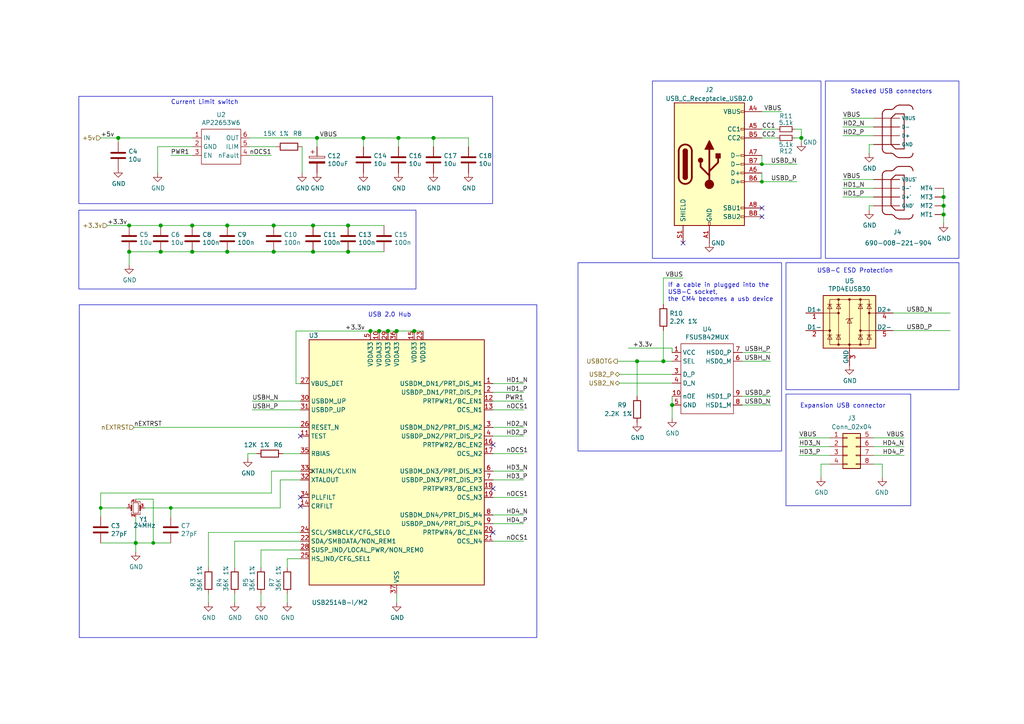
<source format=kicad_sch>
(kicad_sch (version 20230409) (generator eeschema)
  (paper "A4")
  (title_block (title "CM4 USB HUB") (company "MUREX"))
  (junction (at 184.785 104.775) (diameter 1.016))
  (junction (at 115.062 96.012) (diameter 1.016))
  (junction (at 109.982 96.012) (diameter 1.016))
  (junction (at 107.442 96.012) (diameter 1.016))
  (junction (at 65.913 65.405) (diameter 1.016))
  (junction (at 192.405 104.775) (diameter 1.016))
  (junction (at 115.57 40.005) (diameter 1.016))
  (junction (at 46.609 73.025) (diameter 1.016))
  (junction (at 120.142 96.012) (diameter 1.016))
  (junction (at 100.965 65.405) (diameter 1.016))
  (junction (at 44.45 157.48))
  (junction (at 273.685 62.23) (diameter 1.016))
  (junction (at 273.685 57.15) (diameter 1.016))
  (junction (at 37.465 65.405) (diameter 1.016))
  (junction (at 79.375 73.025) (diameter 1.016))
  (junction (at 220.98 47.625))
  (junction (at 194.945 117.475) (diameter 1.016))
  (junction (at 125.73 40.005) (diameter 1.016))
  (junction (at 232.41 40.005) (diameter 1.016))
  (junction (at 91.948 40.005) (diameter 1.016))
  (junction (at 65.913 73.025) (diameter 1.016))
  (junction (at 46.609 65.405) (diameter 1.016))
  (junction (at 55.753 73.025) (diameter 1.016))
  (junction (at 29.21 147.32))
  (junction (at 79.375 65.405) (diameter 1.016))
  (junction (at 34.29 40.005) (diameter 1.016))
  (junction (at 273.685 59.69) (diameter 1.016))
  (junction (at 90.805 73.025) (diameter 1.016))
  (junction (at 37.465 73.025) (diameter 1.016))
  (junction (at 112.522 96.012) (diameter 1.016))
  (junction (at 90.805 65.405) (diameter 1.016))
  (junction (at 49.53 147.32))
  (junction (at 55.753 65.405) (diameter 1.016))
  (junction (at 39.37 157.48) (diameter 1.016))
  (junction (at 100.965 73.025) (diameter 1.016))
  (junction (at 105.41 40.005) (diameter 1.016))
  (junction (at 220.98 52.705))
  (no_connect (at 220.98 62.865))
  (no_connect (at 143.002 154.432))
  (no_connect (at 87.122 146.812))
  (no_connect (at 87.122 144.272))
  (no_connect (at 87.122 126.492))
  (no_connect (at 220.98 60.325))
  (no_connect (at 143.002 141.732))
  (no_connect (at 198.12 70.485))
  (no_connect (at 143.002 129.032))
  (wire (pts (xy 85.852 111.252) (xy 85.852 96.012)))
  (wire (pts (xy 238.125 134.62) (xy 240.665 134.62)))
  (wire (pts (xy 244.475 39.37) (xy 253.365 39.37)))
  (wire (pts (xy 90.805 65.405) (xy 100.965 65.405)))
  (wire (pts (xy 83.312 164.592) (xy 83.312 162.052)))
  (wire (pts (xy 220.98 32.385) (xy 226.695 32.385)))
  (wire (pts (xy 253.365 59.69) (xy 252.095 59.69)))
  (wire (pts (xy 244.475 34.29) (xy 253.365 34.29)))
  (wire (pts (xy 262.255 127) (xy 253.365 127)))
  (wire (pts (xy 81.28 139.192) (xy 87.122 139.192)))
  (wire (pts (xy 79.375 73.025) (xy 90.805 73.025)))
  (wire (pts (xy 115.57 40.005) (xy 125.73 40.005)))
  (wire (pts (xy 68.072 164.592) (xy 68.072 156.972)))
  (wire (pts (xy 215.265 114.935) (xy 223.52 114.935)))
  (wire (pts (xy 31.115 65.405) (xy 37.465 65.405)))
  (wire (pts (xy 82.042 131.572) (xy 87.122 131.572)))
  (wire (pts (xy 107.442 96.012) (xy 109.982 96.012)))
  (wire (pts (xy 72.39 45.085) (xy 78.74 45.085)))
  (wire (pts (xy 75.692 172.212) (xy 75.692 174.752)))
  (wire (pts (xy 179.705 111.125) (xy 194.945 111.125)))
  (wire (pts (xy 83.312 162.052) (xy 87.122 162.052)))
  (wire (pts (xy 105.41 42.545) (xy 105.41 40.005)))
  (wire (pts (xy 220.98 50.165) (xy 220.98 52.705)))
  (wire (pts (xy 83.312 172.212) (xy 83.312 174.752)))
  (wire (pts (xy 85.852 96.012) (xy 107.442 96.012)))
  (wire (pts (xy 46.609 73.025) (xy 55.753 73.025)))
  (wire (pts (xy 273.685 57.15) (xy 273.685 59.69)))
  (wire (pts (xy 135.89 42.545) (xy 135.89 40.005)))
  (wire (pts (xy 37.465 73.025) (xy 46.609 73.025)))
  (wire (pts (xy 49.53 45.085) (xy 55.88 45.085)))
  (wire (pts (xy 184.785 104.775) (xy 184.785 114.935)))
  (wire (pts (xy 252.095 41.91) (xy 252.095 44.45)))
  (wire (pts (xy 60.452 164.592) (xy 60.452 154.432)))
  (wire (pts (xy 78.74 143.002) (xy 29.21 143.002)))
  (wire (pts (xy 192.405 104.775) (xy 184.785 104.775)))
  (wire (pts (xy 37.465 65.405) (xy 46.609 65.405)))
  (wire (pts (xy 253.365 41.91) (xy 252.095 41.91)))
  (wire (pts (xy 273.685 54.61) (xy 273.685 57.15)))
  (wire (pts (xy 71.882 131.572) (xy 71.882 132.842)))
  (wire (pts (xy 75.692 159.512) (xy 87.122 159.512)))
  (wire (pts (xy 192.405 80.645) (xy 198.12 80.645)))
  (wire (pts (xy 105.41 40.005) (xy 115.57 40.005)))
  (wire (pts (xy 143.002 116.332) (xy 151.892 116.332)))
  (wire (pts (xy 44.45 144.78) (xy 44.45 157.48)))
  (wire (pts (xy 253.365 134.62) (xy 255.905 134.62)))
  (wire (pts (xy 125.73 40.005) (xy 125.73 42.545)))
  (wire (pts (xy 244.475 54.61) (xy 253.365 54.61)))
  (wire (pts (xy 273.685 59.69) (xy 273.685 62.23)))
  (wire (pts (xy 79.375 65.405) (xy 90.805 65.405)))
  (wire (pts (xy 115.062 96.012) (xy 120.142 96.012)))
  (wire (pts (xy 39.37 144.78) (xy 44.45 144.78)))
  (wire (pts (xy 87.122 111.252) (xy 85.852 111.252)))
  (wire (pts (xy 37.465 76.835) (xy 37.465 73.025)))
  (wire (pts (xy 220.98 40.005) (xy 225.425 40.005)))
  (wire (pts (xy 220.98 47.625) (xy 231.14 47.625)))
  (wire (pts (xy 192.405 88.265) (xy 192.405 80.645)))
  (wire (pts (xy 100.965 73.025) (xy 111.379 73.025)))
  (wire (pts (xy 55.753 65.405) (xy 65.913 65.405)))
  (wire (pts (xy 220.98 52.705) (xy 231.14 52.705)))
  (wire (pts (xy 143.002 151.892) (xy 151.892 151.892)))
  (wire (pts (xy 259.08 90.805) (xy 275.59 90.805)))
  (wire (pts (xy 215.265 102.235) (xy 223.52 102.235)))
  (wire (pts (xy 143.002 123.952) (xy 151.892 123.952)))
  (wire (pts (xy 68.072 172.212) (xy 68.072 174.752)))
  (wire (pts (xy 120.142 96.012) (xy 122.682 96.012)))
  (wire (pts (xy 215.265 104.775) (xy 223.52 104.775)))
  (wire (pts (xy 179.07 104.775) (xy 184.785 104.775)))
  (wire (pts (xy 112.522 96.012) (xy 115.062 96.012)))
  (wire (pts (xy 78.74 136.652) (xy 78.74 143.002)))
  (wire (pts (xy 60.452 154.432) (xy 87.122 154.432)))
  (wire (pts (xy 143.002 111.252) (xy 151.892 111.252)))
  (wire (pts (xy 231.775 127) (xy 240.665 127)))
  (wire (pts (xy 244.475 57.15) (xy 253.365 57.15)))
  (wire (pts (xy 194.945 102.235) (xy 194.945 100.965)))
  (wire (pts (xy 34.29 40.005) (xy 55.88 40.005)))
  (wire (pts (xy 39.37 157.48) (xy 44.45 157.48)))
  (wire (pts (xy 143.002 131.572) (xy 151.892 131.572)))
  (wire (pts (xy 220.98 45.085) (xy 220.98 47.625)))
  (wire (pts (xy 38.862 123.952) (xy 87.122 123.952)))
  (wire (pts (xy 81.28 139.192) (xy 81.28 147.32)))
  (wire (pts (xy 244.475 52.07) (xy 253.365 52.07)))
  (wire (pts (xy 262.255 129.54) (xy 253.365 129.54)))
  (wire (pts (xy 259.08 95.885) (xy 275.59 95.885)))
  (wire (pts (xy 125.73 40.005) (xy 135.89 40.005)))
  (wire (pts (xy 90.805 73.025) (xy 100.965 73.025)))
  (wire (pts (xy 29.21 147.32) (xy 29.21 149.86)))
  (wire (pts (xy 44.45 157.48) (xy 49.53 157.48)))
  (wire (pts (xy 55.88 42.545) (xy 45.72 42.545)))
  (wire (pts (xy 252.095 59.69) (xy 252.095 60.96)))
  (wire (pts (xy 255.905 134.62) (xy 255.905 138.43)))
  (wire (pts (xy 29.21 147.32) (xy 36.83 147.32)))
  (wire (pts (xy 34.29 41.275) (xy 34.29 40.005)))
  (wire (pts (xy 29.21 143.002) (xy 29.21 147.32)))
  (wire (pts (xy 194.945 114.935) (xy 194.945 117.475)))
  (wire (pts (xy 230.505 37.465) (xy 232.41 37.465)))
  (wire (pts (xy 29.21 40.005) (xy 34.29 40.005)))
  (wire (pts (xy 179.705 108.585) (xy 194.945 108.585)))
  (wire (pts (xy 232.41 40.005) (xy 232.41 41.275)))
  (wire (pts (xy 75.692 164.592) (xy 75.692 159.512)))
  (wire (pts (xy 194.945 104.775) (xy 192.405 104.775)))
  (wire (pts (xy 194.945 117.475) (xy 194.945 121.285)))
  (wire (pts (xy 73.152 118.872) (xy 87.122 118.872)))
  (wire (pts (xy 68.072 156.972) (xy 87.122 156.972)))
  (wire (pts (xy 143.002 149.352) (xy 151.892 149.352)))
  (wire (pts (xy 72.39 40.005) (xy 91.948 40.005)))
  (wire (pts (xy 60.452 172.212) (xy 60.452 174.752)))
  (wire (pts (xy 232.41 37.465) (xy 232.41 40.005)))
  (wire (pts (xy 72.39 42.545) (xy 80.01 42.545)))
  (wire (pts (xy 143.002 136.652) (xy 151.892 136.652)))
  (wire (pts (xy 143.002 126.492) (xy 151.892 126.492)))
  (wire (pts (xy 49.53 147.32) (xy 49.53 149.86)))
  (wire (pts (xy 39.37 157.48) (xy 39.37 160.02)))
  (wire (pts (xy 73.152 116.332) (xy 87.122 116.332)))
  (wire (pts (xy 143.002 144.272) (xy 151.892 144.272)))
  (wire (pts (xy 29.21 157.48) (xy 39.37 157.48)))
  (wire (pts (xy 41.91 147.32) (xy 49.53 147.32)))
  (wire (pts (xy 220.98 37.465) (xy 225.425 37.465)))
  (wire (pts (xy 143.002 156.972) (xy 151.892 156.972)))
  (wire (pts (xy 46.609 65.405) (xy 55.753 65.405)))
  (wire (pts (xy 215.265 117.475) (xy 223.52 117.475)))
  (wire (pts (xy 115.57 40.005) (xy 115.57 42.545)))
  (wire (pts (xy 49.53 147.32) (xy 81.28 147.32)))
  (wire (pts (xy 143.002 139.192) (xy 151.892 139.192)))
  (wire (pts (xy 192.405 95.885) (xy 192.405 104.775)))
  (wire (pts (xy 91.948 40.005) (xy 91.948 42.545)))
  (wire (pts (xy 87.122 136.652) (xy 78.74 136.652)))
  (wire (pts (xy 115.062 172.212) (xy 115.062 174.752)))
  (wire (pts (xy 244.475 36.83) (xy 253.365 36.83)))
  (wire (pts (xy 65.913 65.405) (xy 79.375 65.405)))
  (wire (pts (xy 55.753 73.025) (xy 65.913 73.025)))
  (wire (pts (xy 231.775 129.54) (xy 240.665 129.54)))
  (wire (pts (xy 262.255 132.08) (xy 253.365 132.08)))
  (wire (pts (xy 143.002 113.792) (xy 151.892 113.792)))
  (wire (pts (xy 238.125 134.62) (xy 238.125 138.43)))
  (wire (pts (xy 74.422 131.572) (xy 71.882 131.572)))
  (wire (pts (xy 109.982 96.012) (xy 112.522 96.012)))
  (wire (pts (xy 39.37 149.86) (xy 39.37 157.48)))
  (wire (pts (xy 143.002 118.872) (xy 151.892 118.872)))
  (wire (pts (xy 65.913 73.025) (xy 79.375 73.025)))
  (wire (pts (xy 231.775 132.08) (xy 240.665 132.08)))
  (wire (pts (xy 100.965 65.405) (xy 111.379 65.405)))
  (wire (pts (xy 230.505 40.005) (xy 232.41 40.005)))
  (wire (pts (xy 45.72 42.545) (xy 45.72 50.165)))
  (wire (pts (xy 182.245 100.965) (xy 194.945 100.965)))
  (wire (pts (xy 273.685 62.23) (xy 273.685 64.77)))
  (wire (pts (xy 87.63 42.545) (xy 87.63 50.165)))
  (wire (pts (xy 91.948 40.005) (xy 105.41 40.005)))
  (rectangle (start 189.23 23.495) (end 238.125 74.93))
  (rectangle (start 22.86 60.96) (end 120.65 83.82))
  (rectangle (start 22.86 27.94) (end 142.875 59.055))
  (rectangle (start 167.64 76.2) (end 226.695 130.81))
  (rectangle (start 22.987 88.392) (end 155.702 184.912))
  (rectangle (start 227.965 114.3) (end 264.16 146.685))
  (rectangle (start 227.965 76.2) (end 278.13 113.03))
  (rectangle (start 239.395 23.495) (end 278.13 74.93))
  (text "USB-C ESD Protection" (at 259.08 79.375 0) (effects (font (size 1.27 1.27)) (justify right bottom)))
  (text "If a cable in plugged into the \nUSB-C socket,\nthe CM4 becomes a usb device" (at 193.675 87.63 0) (effects (font (size 1.27 1.27)) (justify left bottom)))
  (text "USB 2.0 Hub" (at 119.3038 92.1512 0) (effects (font (size 1.27 1.27)) (justify right bottom)))
  (text "Stacked USB connectors" (at 270.4338 27.3812 0) (effects (font (size 1.27 1.27)) (justify right bottom)))
  (text "Current Limit switch" (at 69.215 30.48 0) (effects (font (size 1.27 1.27)) (justify right bottom)))
  (text "Expansion USB connector" (at 256.8956 118.5418 0) (effects (font (size 1.27 1.27)) (justify right bottom)))
  (label "VBUS" (at 198.12 80.645 180))
  (label "+3.3v" (at 183.515 100.965 0))
  (label "HD4_P" (at 262.255 132.08 180))
  (label "HD3_N" (at 231.775 129.54 0))
  (label "HD2_P" (at 244.475 39.37 0))
  (label "HD4_P" (at 146.812 151.892 0))
  (label "HD3_P" (at 146.812 139.192 0))
  (label "nOCS1" (at 146.812 156.972 0))
  (label "HD1_N" (at 146.812 111.252 0))
  (label "+3.3v" (at 31.115 65.405 0))
  (label "VBUS" (at 92.71 40.005 0))
  (label "USBH_P" (at 73.152 118.872 0))
  (label "nOCS1" (at 146.812 144.272 0))
  (label "HD1_P" (at 244.475 57.15 0))
  (label "VBUS" (at 244.475 34.29 0))
  (label "+5v" (at 29.21 40.005 0))
  (label "nOCS1" (at 72.39 45.085 0))
  (label "USBD_P" (at 262.89 95.885 0))
  (label "HD3_P" (at 231.775 132.08 0))
  (label "CC1" (at 220.98 37.465 0))
  (label "VBUS" (at 244.475 52.07 0))
  (label "USBD_P" (at 223.52 114.935 180))
  (label "HD3_N" (at 146.812 136.652 0))
  (label "USBH_N" (at 223.52 104.775 180))
  (label "HD2_N" (at 244.475 36.83 0))
  (label "nOCS1" (at 146.812 118.872 0))
  (label "USBD_N" (at 223.52 117.475 180))
  (label "nOCS1" (at 146.812 131.572 0))
  (label "HD2_P" (at 146.812 126.492 0))
  (label "PWR1" (at 151.892 116.332 180))
  (label "VBUS" (at 226.695 32.385 180))
  (label "+3.3v" (at 100.076 96.012 0))
  (label "HD4_N" (at 146.812 149.352 0))
  (label "VBUS" (at 231.775 127 0))
  (label "USBD_N" (at 231.14 47.625 180))
  (label "PWR1" (at 49.53 45.085 0))
  (label "USBD_N" (at 262.89 90.805 0))
  (label "nEXTRST" (at 38.862 123.952 0))
  (label "HD2_N" (at 146.812 123.952 0))
  (label "HD1_N" (at 244.475 54.61 0))
  (label "VBUS" (at 262.255 127 180))
  (label "USBH_P" (at 223.52 102.235 180))
  (label "CC2" (at 220.98 40.005 0))
  (label "USBH_N" (at 73.152 116.332 0))
  (label "HD4_N" (at 262.255 129.54 180))
  (label "USBD_P" (at 231.14 52.705 180))
  (label "HD1_P" (at 146.812 113.792 0))
  (hierarchical_label "nEXTRST" (shape input) (at 38.862 123.952 180))
  (hierarchical_label "USBOTG" (shape output) (at 179.07 104.775 180))
  (hierarchical_label "USB2_P" (shape bidirectional) (at 179.705 108.585 180))
  (hierarchical_label "+3.3v" (shape input) (at 31.115 65.405 180))
  (hierarchical_label "USB2_N" (shape bidirectional) (at 179.705 111.125 180))
  (hierarchical_label "+5v" (shape input) (at 29.21 40.005 180))
  (symbol (lib_id "Device:R") (at 60.452 168.402 0) (unit 1)
    (property "Reference" "R3" (at 56.007 170.307 90) (effects (justify left)))
    (property "Value" "36K 1%" (at 57.912 171.577 90) (effects (justify left)))
    (property "Footprint" "Resistor_SMD:R_0402_1005Metric" (effects hide))
    (property "Datasheet" "https://fscdn.rohm.com/en/products/databook/datasheet/passive/resistor/chip_resistor/mcr-e.pdf" (effects hide))
    (property "Field4" "Farnell" (effects hide))
    (property "Field5" "1458788" (effects hide))
    (property "Field7" "Rohm" (effects hide))
    (property "Field6" "MCR01MZPF3602" (effects hide))
    (property "Part Description" "Resistor 36K M1005 1% 63mW" (effects hide))
    (instances (project "carrier" (path "" (reference "R3") (unit 1))) (project "CM4IOv5" (path "" (reference "R12") (unit 1))))
  )
  (symbol (lib_id "power:GND") (at 45.72 50.165 0) (unit 1)
    (property "Reference" "#PWR010" (effects hide))
    (property "Value" "GND" (at 45.847 54.5592 0))
    (instances (project "carrier" (path "" (reference "#PWR010") (unit 1))) (project "CM4IOv5" (path "" (reference "#PWR014") (unit 1))))
  )
  (symbol (lib_id "power:GND") (at 273.685 64.77 0) (unit 1)
    (property "Reference" "#PWR032" (effects hide))
    (property "Value" "GND" (at 273.812 69.1642 0))
    (instances (project "carrier" (path "" (reference "#PWR032") (unit 1))) (project "CM4IOv5" (path "" (reference "#PWR0114") (unit 1))))
  )
  (symbol (lib_id "Device:C") (at 111.379 69.215 0) (unit 1)
    (property "Reference" "C15" (at 114.3 68.0466 0) (effects (justify left)))
    (property "Value" "100n" (at 114.3 70.358 0) (effects (justify left)))
    (property "Footprint" "Capacitor_SMD:C_0402_1005Metric" (effects hide))
    (property "Datasheet" "https://search.murata.co.jp/Ceramy/image/img/A01X/G101/ENG/GRM155R71C104KA88-01.pdf" (effects hide))
    (property "Field4" "Farnell" (effects hide))
    (property "Field5" "2611911" (effects hide))
    (property "Field6" "RM EMK105 B7104KV-F" (effects hide))
    (property "Field7" "TAIYO YUDEN EUROPE GMBH" (effects hide))
    (property "Part Description" "	0.1uF 10% 16V Ceramic Capacitor X7R 0402 (1005 Metric)" (effects hide))
    (property "Field8" "110091611" (effects hide))
    (instances (project "carrier" (path "" (reference "C15") (unit 1))) (project "CM4IOv5" (path "" (reference "C4") (unit 1))))
  )
  (symbol (lib_id "power:GND") (at 75.692 174.752 0) (unit 1)
    (property "Reference" "#PWR014" (effects hide))
    (property "Value" "GND" (at 75.819 179.1462 0))
    (instances (project "carrier" (path "" (reference "#PWR014") (unit 1))) (project "CM4IOv5" (path "" (reference "#PWR011") (unit 1))))
  )
  (symbol (lib_id "power:GND") (at 87.63 50.165 0) (unit 1)
    (property "Reference" "#PWR016" (effects hide))
    (property "Value" "GND" (at 87.757 54.5592 0))
    (instances (project "carrier" (path "" (reference "#PWR016") (unit 1))) (project "CM4IOv5" (path "" (reference "#PWR019") (unit 1))))
  )
  (symbol (lib_id "Device:C") (at 79.375 69.215 0) (unit 1)
    (property "Reference" "C10" (at 82.296 68.0466 0) (effects (justify left)))
    (property "Value" "100n" (at 82.296 70.358 0) (effects (justify left)))
    (property "Footprint" "Capacitor_SMD:C_0402_1005Metric" (effects hide))
    (property "Datasheet" "https://search.murata.co.jp/Ceramy/image/img/A01X/G101/ENG/GRM155R71C104KA88-01.pdf" (effects hide))
    (property "Field4" "Farnell" (effects hide))
    (property "Field5" "2611911" (effects hide))
    (property "Field6" "RM EMK105 B7104KV-F" (effects hide))
    (property "Field7" "TAIYO YUDEN EUROPE GMBH" (effects hide))
    (property "Part Description" "	0.1uF 10% 16V Ceramic Capacitor X7R 0402 (1005 Metric)" (effects hide))
    (property "Field8" "110091611" (effects hide))
    (instances (project "carrier" (path "" (reference "C10") (unit 1))) (project "CM4IOv5" (path "" (reference "C11") (unit 1))))
  )
  (symbol (lib_id "Device:C") (at 135.89 46.355 0) (unit 1)
    (property "Reference" "C18" (at 138.811 45.1866 0) (effects (justify left)))
    (property "Value" "10u" (at 138.811 47.498 0) (effects (justify left)))
    (property "Footprint" "Capacitor_SMD:C_0805_2012Metric" (effects hide))
    (property "Datasheet" "https://search.murata.co.jp/Ceramy/image/img/A01X/G101/ENG/GRM21BR71A106KA73-01.pdf" (effects hide))
    (property "Field5" "490-14381-1-ND" (effects hide))
    (property "Field4" "Digikey" (effects hide))
    (property "Field6" "GRM21BR71A106KA73L" (effects hide))
    (property "Field7" "Murata" (effects hide))
    (property "Part Description" "	10uF 10% 10V Ceramic Capacitor X7R 0805 (2012 Metric)" (effects hide))
    (property "Field8" "111893011" (effects hide))
    (instances (project "carrier" (path "" (reference "C18") (unit 1))) (project "CM4IOv5" (path "" (reference "C19") (unit 1))))
  )
  (symbol (lib_id "Device:R") (at 78.232 131.572 90) (unit 1)
    (property "Reference" "R6" (at 82.042 129.032 90) (effects (justify left)))
    (property "Value" "12K 1%" (at 78.232 129.032 90) (effects (justify left)))
    (property "Footprint" "Resistor_SMD:R_0402_1005Metric" (effects hide))
    (property "Datasheet" "https://fscdn.rohm.com/en/products/databook/datasheet/passive/resistor/chip_resistor/mcr-e.pdf" (effects hide))
    (property "Field4" "Farnell" (effects hide))
    (property "Field5" "9239367" (effects hide))
    (property "Field7" "Rohm" (effects hide))
    (property "Field6" "MCR01MZPF1202" (effects hide))
    (property "Part Description" "Resistor 12K M1005 1% 63mW" (effects hide))
    (instances (project "carrier" (path "" (reference "R6") (unit 1))) (project "CM4IOv5" (path "" (reference "R15") (unit 1))))
  )
  (symbol (lib_id "Device:C") (at 105.41 46.355 0) (unit 1)
    (property "Reference" "C14" (at 108.331 45.1866 0) (effects (justify left)))
    (property "Value" "10u" (at 108.331 47.498 0) (effects (justify left)))
    (property "Footprint" "Capacitor_SMD:C_0805_2012Metric" (effects hide))
    (property "Datasheet" "https://search.murata.co.jp/Ceramy/image/img/A01X/G101/ENG/GRM21BR71A106KA73-01.pdf" (effects hide))
    (property "Field5" "490-14381-1-ND" (effects hide))
    (property "Field4" "Digikey" (effects hide))
    (property "Field6" "GRM21BR71A106KA73L" (effects hide))
    (property "Field7" "Murata" (effects hide))
    (property "Part Description" "	10uF 10% 10V Ceramic Capacitor X7R 0805 (2012 Metric)" (effects hide))
    (property "Field8" "111893011" (effects hide))
    (instances (project "carrier" (path "" (reference "C14") (unit 1))) (project "CM4IOv5" (path "" (reference "C20") (unit 1))))
  )
  (symbol (lib_id "Device:R") (at 184.785 118.745 0) (unit 1)
    (property "Reference" "R9" (at 179.07 117.475 0) (effects (justify left)))
    (property "Value" "2.2K 1%" (at 175.26 120.015 0) (effects (justify left)))
    (property "Footprint" "Resistor_SMD:R_0402_1005Metric" (effects hide))
    (property "Datasheet" "https://fscdn.rohm.com/en/products/databook/datasheet/passive/resistor/chip_resistor/mcr-e.pdf" (effects hide))
    (property "Field4" "Farnell" (effects hide))
    (property "Field5" "9239278" (effects hide))
    (property "Field7" "KOA EUROPE GMBH" (effects hide))
    (property "Field6" "RK73G1ETQTP2201D         " (effects hide))
    (property "Part Description" "Resistor 2.2K M1005 1% 63mW" (effects hide))
    (property "Field8" "120889581" (effects hide))
    (instances (project "carrier" (path "" (reference "R9") (unit 1))) (project "CM4IOv5" (path "" (reference "R11") (unit 1))))
  )
  (symbol (lib_id "CM4IO:FSUSB42MX") (at 203.835 118.745 0) (mirror y) (unit 1)
    (property "Reference" "U4" (at 205.105 95.504 0))
    (property "Value" "FSUSB42MUX" (at 205.105 97.8154 0))
    (property "Footprint" "Package_SO:MSOP-10_3x3mm_P0.5mm" (effects hide))
    (property "Datasheet" "https://www.onsemi.com/pub/Collateral/FSUSB42-D.PDF" (effects hide))
    (property "Field4" "Farnell" (effects hide))
    (property "Field5" "2564479" (effects hide))
    (property "Field6" "FSUSB42MUX" (effects hide))
    (property "Field7" "Onsemi" (effects hide))
    (property "Part Description" "USB Switch IC 1 Channel 10-MSOP" (effects hide))
    (instances (project "carrier" (path "" (reference "U4") (unit 1))) (project "CM4IOv5" (path "" (reference "U13") (unit 1))))
  )
  (symbol (lib_id "power:GND") (at 115.062 174.752 0) (unit 1)
    (property "Reference" "#PWR019" (effects hide))
    (property "Value" "GND" (at 115.189 179.1462 0))
    (instances (project "carrier" (path "" (reference "#PWR019") (unit 1))) (project "CM4IOv5" (path "" (reference "#PWR0142") (unit 1))))
  )
  (symbol (lib_id "Device:Crystal_GND24_Small") (at 39.37 147.32 0) (unit 1)
    (property "Reference" "Y1" (at 41.656 150.622 0))
    (property "Value" "24MHz" (at 41.91 152.4 0))
    (property "Footprint" "Crystal:Crystal_SMD_SeikoEpson_FA238-4Pin_3.2x2.5mm" (effects hide))
  )
  (symbol (lib_id "Device:C") (at 55.753 69.215 0) (unit 1)
    (property "Reference" "C8" (at 58.674 68.0466 0) (effects (justify left)))
    (property "Value" "100n" (at 58.674 70.358 0) (effects (justify left)))
    (property "Footprint" "Capacitor_SMD:C_0402_1005Metric" (effects hide))
    (property "Datasheet" "https://search.murata.co.jp/Ceramy/image/img/A01X/G101/ENG/GRM155R71C104KA88-01.pdf" (effects hide))
    (property "Field4" "Farnell" (effects hide))
    (property "Field5" "2611911" (effects hide))
    (property "Field6" "RM EMK105 B7104KV-F" (effects hide))
    (property "Field7" "TAIYO YUDEN EUROPE GMBH" (effects hide))
    (property "Part Description" "	0.1uF 10% 16V Ceramic Capacitor X7R 0402 (1005 Metric)" (effects hide))
    (property "Field8" "110091611" (effects hide))
    (instances (project "carrier" (path "" (reference "C8") (unit 1))) (project "CM4IOv5" (path "" (reference "C7") (unit 1))))
  )
  (symbol (lib_id "Device:C") (at 100.965 69.215 0) (unit 1)
    (property "Reference" "C13" (at 103.886 68.0466 0) (effects (justify left)))
    (property "Value" "100n" (at 103.886 70.358 0) (effects (justify left)))
    (property "Footprint" "Capacitor_SMD:C_0402_1005Metric" (effects hide))
    (property "Datasheet" "https://search.murata.co.jp/Ceramy/image/img/A01X/G101/ENG/GRM155R71C104KA88-01.pdf" (effects hide))
    (property "Field4" "Farnell" (effects hide))
    (property "Field5" "2611911" (effects hide))
    (property "Field6" "RM EMK105 B7104KV-F" (effects hide))
    (property "Field7" "TAIYO YUDEN EUROPE GMBH" (effects hide))
    (property "Part Description" "	0.1uF 10% 16V Ceramic Capacitor X7R 0402 (1005 Metric)" (effects hide))
    (property "Field8" "110091611" (effects hide))
    (instances (project "carrier" (path "" (reference "C13") (unit 1))) (project "CM4IOv5" (path "" (reference "C15") (unit 1))))
  )
  (symbol (lib_id "power:GND") (at 252.095 44.45 0) (unit 1)
    (property "Reference" "#PWR029" (effects hide))
    (property "Value" "GND" (at 252.222 48.8442 0))
    (instances (project "carrier" (path "" (reference "#PWR029") (unit 1))) (project "CM4IOv5" (path "" (reference "#PWR023") (unit 1))))
  )
  (symbol (lib_id "Interface_USB:USB2514B_Bi") (at 115.062 134.112 0) (unit 1)
    (property "Reference" "U3" (at 90.932 97.282 0))
    (property "Value" "USB2514B-I/M2" (at 98.552 174.752 0))
    (property "Footprint" "Package_DFN_QFN:QFN-36-1EP_6x6mm_P0.5mm_EP3.7x3.7mm" (effects hide))
    (property "Datasheet" "http://ww1.microchip.com/downloads/en/DeviceDoc/00001692C.pdf" (effects hide))
    (property "Field4" "Farnell" (effects hide))
    (property "Field5" "2775060" (effects hide))
    (property "Field6" "USB2514B-I/M2" (effects hide))
    (property "Field7" "Microchip" (effects hide))
    (property "Part Description" "	USB Hub Controller USB Interface 36-SQFN (6x6)" (effects hide))
    (property "Field8" "UICC00931" (effects hide))
    (instances (project "carrier" (path "" (reference "U3") (unit 1))) (project "CM4IOv5" (path "" (reference "U6") (unit 1))))
  )
  (symbol (lib_id "CM4IO:USB_67298-4090") (at 260.985 49.53 0) (unit 1)
    (property "Reference" "J4" (at 259.08 67.31 0) (effects (justify left)))
    (property "Value" "690-008-221-904" (at 250.825 70.485 0) (effects (justify left)))
    (property "Footprint" "CM4IO:MOLEX_USB_67298-4090" (effects hide))
    (property "Datasheet" "https://www.molex.com/pdm_docs/sd/672984090_sd.pdf" (effects hide))
    (property "Field4" "Farnell" (effects hide))
    (property "Field5" "	2751688" (effects hide))
    (property "Field6" "690-008-221-904" (effects hide))
    (property "Field7" "EDAC" (effects hide))
    (property "Field8" "UCON00727" (effects hide))
    (property "Part Description" "USB-A (USB TYPE-A), Stacked Receptacle Connector 8 Position Through Hole, Right Angle" (effects hide))
    (instances (project "carrier" (path "" (reference "J4") (unit 1))) (project "CM4IOv5" (path "" (reference "J13") (unit 1))))
  )
  (symbol (lib_id "Device:C") (at 34.29 45.085 0) (unit 1)
    (property "Reference" "C4" (at 37.211 43.9166 0) (effects (justify left)))
    (property "Value" "10u" (at 37.211 46.228 0) (effects (justify left)))
    (property "Footprint" "Capacitor_SMD:C_0805_2012Metric" (effects hide))
    (property "Datasheet" "https://search.murata.co.jp/Ceramy/image/img/A01X/G101/ENG/GRM21BR71A106KA73-01.pdf" (effects hide))
    (property "Field5" "490-14381-1-ND" (effects hide))
    (property "Field4" "Digikey" (effects hide))
    (property "Field6" "GRM21BR71A106KA73L" (effects hide))
    (property "Field7" "Murata" (effects hide))
    (property "Part Description" "	10uF 10% 10V Ceramic Capacitor X7R 0805 (2012 Metric)" (effects hide))
    (property "Field8" "111893011" (effects hide))
    (instances (project "carrier" (path "" (reference "C4") (unit 1))) (project "CM4IOv5" (path "" (reference "C2") (unit 1))))
  )
  (symbol (lib_id "power:GND") (at 34.29 48.895 0) (unit 1)
    (property "Reference" "#PWR07" (effects hide))
    (property "Value" "GND" (at 34.417 53.2892 0))
    (instances (project "carrier" (path "" (reference "#PWR07") (unit 1))) (project "CM4IOv5" (path "" (reference "#PWR017") (unit 1))))
  )
  (symbol (lib_id "power:GND") (at 205.74 70.485 0) (unit 1)
    (property "Reference" "#PWR025" (effects hide))
    (property "Value" "GND" (at 208.28 70.485 0))
    (instances (project "carrier" (path "" (reference "#PWR025") (unit 1))) (project "nrf52840" (path "" (reference "#PWR029") (unit 1))))
  )
  (symbol (lib_id "Device:C") (at 49.53 153.67 0) (unit 1)
    (property "Reference" "C7" (at 52.451 152.5016 0) (effects (justify left)))
    (property "Value" "27pF" (at 52.451 154.813 0) (effects (justify left)))
    (property "Footprint" "Capacitor_SMD:C_0402_1005Metric" (effects hide))
    (property "Datasheet" "https://search.murata.co.jp/Ceramy/image/img/A01X/G101/ENG/GJM1555C1H270JB01-01.pdf" (effects hide))
    (property "Field8" "UCAP00738 " (effects hide))
    (property "Field5" "490-17672-1-ND" (effects hide))
    (property "Field6" "GJM1555C1H270JB01D" (effects hide))
    (property "Field7" "Murata" (effects hide))
    (property "Part Description" "	27pF 5% 50V Ceramic Capacitor C0G, NP0 0402 (1005 Metric)" (effects hide))
    (property "Field4" "Digikey" (effects hide))
    (instances (project "carrier" (path "" (reference "C7") (unit 1))) (project "CM4IOv5" (path "" (reference "C9") (unit 1))))
  )
  (symbol (lib_id "power:GND") (at 68.072 174.752 0) (unit 1)
    (property "Reference" "#PWR012" (effects hide))
    (property "Value" "GND" (at 68.199 179.1462 0))
    (instances (project "carrier" (path "" (reference "#PWR012") (unit 1))) (project "CM4IOv5" (path "" (reference "#PWR09") (unit 1))))
  )
  (symbol (lib_id "power:GND") (at 246.38 106.045 0) (unit 1)
    (property "Reference" "#PWR028" (effects hide))
    (property "Value" "GND" (at 246.507 110.4392 0))
    (instances (project "carrier" (path "" (reference "#PWR028") (unit 1))) (project "CM4IOv5" (path "" (reference "#PWR0123") (unit 1))))
  )
  (symbol (lib_id "power:GND") (at 60.452 174.752 0) (unit 1)
    (property "Reference" "#PWR011" (effects hide))
    (property "Value" "GND" (at 60.579 179.1462 0))
    (instances (project "carrier" (path "" (reference "#PWR011") (unit 1))) (project "CM4IOv5" (path "" (reference "#PWR08") (unit 1))))
  )
  (symbol (lib_id "CM4IO:AP2553W6") (at 64.77 42.545 0) (unit 1)
    (property "Reference" "U2" (at 64.135 33.274 0))
    (property "Value" "AP22653W6" (at 64.135 35.5854 0))
    (property "Footprint" "Package_TO_SOT_SMD:SOT-23-6" (effects hide))
    (property "Datasheet" "https://www.diodes.com/assets/Datasheets/AP255x.pdf" (effects hide))
    (property "Field4" "Digikey" (effects hide))
    (property "Field5" "	31-AP22653W6-7CT-ND" (effects hide))
    (property "Field6" "AP22653W6" (effects hide))
    (property "Field7" "Diodes" (effects hide))
    (property "Part Description" "	Power Switch/Driver 1:1 P-Channel 2.1A SOT-23-6" (effects hide))
    (instances (project "carrier" (path "" (reference "U2") (unit 1))) (project "CM4IOv5" (path "" (reference "U7") (unit 1))))
  )
  (symbol (lib_id "power:GND") (at 232.41 41.275 0) (unit 1)
    (property "Reference" "#PWR026" (effects hide))
    (property "Value" "GND" (at 234.95 41.275 0))
    (instances (project "carrier" (path "" (reference "#PWR026") (unit 1))) (project "nrf52840" (path "" (reference "#PWR029") (unit 1))))
  )
  (symbol (lib_id "power:GND") (at 135.89 50.165 0) (unit 1)
    (property "Reference" "#PWR022" (effects hide))
    (property "Value" "GND" (at 136.017 54.5592 0))
    (instances (project "carrier" (path "" (reference "#PWR022") (unit 1))) (project "CM4IOv5" (path "" (reference "#PWR050") (unit 1))))
  )
  (symbol (lib_id "power:GND") (at 115.57 50.165 0) (unit 1)
    (property "Reference" "#PWR020" (effects hide))
    (property "Value" "GND" (at 115.697 54.5592 0))
    (instances (project "carrier" (path "" (reference "#PWR020") (unit 1))) (project "CM4IOv5" (path "" (reference "#PWR018") (unit 1))))
  )
  (symbol (lib_id "Device:R") (at 83.312 168.402 0) (unit 1)
    (property "Reference" "R7" (at 78.867 170.307 90) (effects (justify left)))
    (property "Value" "36K 1%" (at 80.772 171.577 90) (effects (justify left)))
    (property "Footprint" "Resistor_SMD:R_0402_1005Metric" (effects hide))
    (property "Datasheet" "https://fscdn.rohm.com/en/products/databook/datasheet/passive/resistor/chip_resistor/mcr-e.pdf" (effects hide))
    (property "Field4" "Farnell" (effects hide))
    (property "Field5" "1458788" (effects hide))
    (property "Field7" "Rohm" (effects hide))
    (property "Field6" "MCR01MZPF3602" (effects hide))
    (property "Part Description" "Resistor 36K M1005 1% 63mW" (effects hide))
    (instances (project "carrier" (path "" (reference "R7") (unit 1))) (project "CM4IOv5" (path "" (reference "R16") (unit 1))))
  )
  (symbol (lib_id "Device:C") (at 90.805 69.215 0) (unit 1)
    (property "Reference" "C11" (at 93.726 68.0466 0) (effects (justify left)))
    (property "Value" "100n" (at 93.726 70.358 0) (effects (justify left)))
    (property "Footprint" "Capacitor_SMD:C_0402_1005Metric" (effects hide))
    (property "Datasheet" "https://search.murata.co.jp/Ceramy/image/img/A01X/G101/ENG/GRM155R71C104KA88-01.pdf" (effects hide))
    (property "Field4" "Farnell" (effects hide))
    (property "Field5" "2611911" (effects hide))
    (property "Field6" "RM EMK105 B7104KV-F" (effects hide))
    (property "Field7" "TAIYO YUDEN EUROPE GMBH" (effects hide))
    (property "Part Description" "	0.1uF 10% 16V Ceramic Capacitor X7R 0402 (1005 Metric)" (effects hide))
    (property "Field8" "110091611" (effects hide))
    (instances (project "carrier" (path "" (reference "C11") (unit 1))) (project "CM4IOv5" (path "" (reference "C14") (unit 1))))
  )
  (symbol (lib_id "power:GND") (at 91.948 50.165 0) (unit 1)
    (property "Reference" "#PWR017" (effects hide))
    (property "Value" "GND" (at 92.075 54.5592 0))
    (instances (project "carrier" (path "" (reference "#PWR017") (unit 1))) (project "CM4IOv5" (path "" (reference "#PWR01") (unit 1))))
  )
  (symbol (lib_id "Device:R") (at 75.692 168.402 0) (unit 1)
    (property "Reference" "R5" (at 71.247 170.307 90) (effects (justify left)))
    (property "Value" "36K 1%" (at 73.152 171.577 90) (effects (justify left)))
    (property "Footprint" "Resistor_SMD:R_0402_1005Metric" (effects hide))
    (property "Datasheet" "https://fscdn.rohm.com/en/products/databook/datasheet/passive/resistor/chip_resistor/mcr-e.pdf" (effects hide))
    (property "Field4" "Farnell" (effects hide))
    (property "Field5" "1458788" (effects hide))
    (property "Field7" "Rohm" (effects hide))
    (property "Field6" "MCR01MZPF3602" (effects hide))
    (property "Part Description" "Resistor 36K M1005 1% 63mW" (effects hide))
    (instances (project "carrier" (path "" (reference "R5") (unit 1))) (project "CM4IOv5" (path "" (reference "R14") (unit 1))))
  )
  (symbol (lib_id "Connector_Generic:Conn_02x04_Top_Bottom") (at 245.745 129.54 0) (unit 1)
    (property "Reference" "J3" (at 247.015 121.285 0))
    (property "Value" "Conn_02x04" (at 247.015 123.825 0))
    (property "Footprint" "Connector_PinHeader_2.54mm:PinHeader_2x04_P2.54mm_Vertical" (effects hide))
  )
  (symbol (lib_id "power:GND") (at 184.785 122.555 0) (unit 1)
    (property "Reference" "#PWR023" (effects hide))
    (property "Value" "GND" (at 184.912 126.9492 0))
    (instances (project "carrier" (path "" (reference "#PWR023") (unit 1))) (project "CM4IOv5" (path "" (reference "#PWR0144") (unit 1))))
  )
  (symbol (lib_id "power:GND") (at 252.095 60.96 0) (unit 1)
    (property "Reference" "#PWR030" (effects hide))
    (property "Value" "GND" (at 252.222 65.3542 0))
    (instances (project "carrier" (path "" (reference "#PWR030") (unit 1))) (project "CM4IOv5" (path "" (reference "#PWR024") (unit 1))))
  )
  (symbol (lib_id "Device:CP") (at 91.948 46.355 0) (unit 1)
    (property "Reference" "C12" (at 94.9452 45.212 0) (effects (justify left)))
    (property "Value" "100uF" (at 94.9452 47.498 0) (effects (justify left)))
    (property "Footprint" "Capacitor_Tantalum_SMD:CP_EIA-7343-31_Kemet-D" (effects hide))
    (property "Field4" "Mouser" (effects hide))
    (property "Field5" "667-EEF-CX0J101R" (effects hide))
    (property "Part Description" "Capacitor, SP-Cap, 100u, 6.3V, 15mR ESR" (effects hide))
    (instances (project "carrier" (path "" (reference "C12") (unit 1))) (project "CM4IOv5" (path "" (reference "C16") (unit 1))))
  )
  (symbol (lib_id "Device:R_Small") (at 227.965 40.005 90) (unit 1)
    (property "Reference" "R12" (at 227.965 43.815 90))
    (property "Value" "5.1k" (at 227.965 41.91 90))
    (property "Footprint" "Resistor_SMD:R_0603_1608Metric" (effects hide))
    (property "LCSC Part" "C105872" (effects hide))
    (property "Manufacturer Part" "RC0402FR-075K1L" (effects hide))
    (property "JLC Part" "C25905" (effects hide))
    (property "LCSC" "C25905" (effects hide))
  )
  (symbol (lib_id "Device:C") (at 65.913 69.215 0) (unit 1)
    (property "Reference" "C9" (at 68.834 68.0466 0) (effects (justify left)))
    (property "Value" "100n" (at 68.834 70.358 0) (effects (justify left)))
    (property "Footprint" "Capacitor_SMD:C_0402_1005Metric" (effects hide))
    (property "Datasheet" "https://search.murata.co.jp/Ceramy/image/img/A01X/G101/ENG/GRM155R71C104KA88-01.pdf" (effects hide))
    (property "Field4" "Farnell" (effects hide))
    (property "Field5" "2611911" (effects hide))
    (property "Field6" "RM EMK105 B7104KV-F" (effects hide))
    (property "Field7" "TAIYO YUDEN EUROPE GMBH" (effects hide))
    (property "Part Description" "	0.1uF 10% 16V Ceramic Capacitor X7R 0402 (1005 Metric)" (effects hide))
    (property "Field8" "110091611" (effects hide))
    (instances (project "carrier" (path "" (reference "C9") (unit 1))) (project "CM4IOv5" (path "" (reference "C3") (unit 1))))
  )
  (symbol (lib_id "Device:C") (at 46.609 69.215 0) (unit 1)
    (property "Reference" "C6" (at 49.53 68.0466 0) (effects (justify left)))
    (property "Value" "10u" (at 49.53 70.358 0) (effects (justify left)))
    (property "Footprint" "Capacitor_SMD:C_0805_2012Metric" (effects hide))
    (property "Datasheet" "https://search.murata.co.jp/Ceramy/image/img/A01X/G101/ENG/GRM21BR71A106KA73-01.pdf" (effects hide))
    (property "Field5" "490-14381-1-ND" (effects hide))
    (property "Field4" "Digikey" (effects hide))
    (property "Field6" "GRM21BR71A106KA73L" (effects hide))
    (property "Field7" "Murata" (effects hide))
    (property "Part Description" "	10uF 10% 10V Ceramic Capacitor X7R 0805 (2012 Metric)" (effects hide))
    (property "Field8" "111893011" (effects hide))
    (instances (project "carrier" (path "" (reference "C6") (unit 1))) (project "CM4IOv5" (path "" (reference "C10") (unit 1))))
  )
  (symbol (lib_id "power:GND") (at 105.41 50.165 0) (unit 1)
    (property "Reference" "#PWR018" (effects hide))
    (property "Value" "GND" (at 105.537 54.5592 0))
    (instances (project "carrier" (path "" (reference "#PWR018") (unit 1))) (project "CM4IOv5" (path "" (reference "#PWR021") (unit 1))))
  )
  (symbol (lib_id "power:GND") (at 255.905 138.43 0) (mirror y) (unit 1)
    (property "Reference" "#PWR031" (effects hide))
    (property "Value" "GND" (at 255.778 142.8242 0))
    (instances (project "carrier" (path "" (reference "#PWR031") (unit 1))) (project "CM4IOv5" (path "" (reference "#PWR026") (unit 1))))
  )
  (symbol (lib_id "Device:C") (at 37.465 69.215 0) (unit 1)
    (property "Reference" "C5" (at 40.386 68.0466 0) (effects (justify left)))
    (property "Value" "10u" (at 40.386 70.358 0) (effects (justify left)))
    (property "Footprint" "Capacitor_SMD:C_0805_2012Metric" (effects hide))
    (property "Datasheet" "https://search.murata.co.jp/Ceramy/image/img/A01X/G101/ENG/GRM21BR71A106KA73-01.pdf" (effects hide))
    (property "Field5" "490-14381-1-ND" (effects hide))
    (property "Field4" "Digikey" (effects hide))
    (property "Field6" "GRM21BR71A106KA73L" (effects hide))
    (property "Field7" "Murata" (effects hide))
    (property "Part Description" "	10uF 10% 10V Ceramic Capacitor X7R 0805 (2012 Metric)" (effects hide))
    (property "Field8" "111893011" (effects hide))
    (instances (project "carrier" (path "" (reference "C5") (unit 1))) (project "CM4IOv5" (path "" (reference "C6") (unit 1))))
  )
  (symbol (lib_id "power:GND") (at 238.125 138.43 0) (unit 1)
    (property "Reference" "#PWR027" (effects hide))
    (property "Value" "GND" (at 238.252 142.8242 0))
    (instances (project "carrier" (path "" (reference "#PWR027") (unit 1))) (project "CM4IOv5" (path "" (reference "#PWR025") (unit 1))))
  )
  (symbol (lib_id "Device:R") (at 83.82 42.545 90) (unit 1)
    (property "Reference" "R8" (at 87.63 38.735 90) (effects (justify left)))
    (property "Value" "15K 1%" (at 83.82 38.735 90) (effects (justify left)))
    (property "Footprint" "Resistor_SMD:R_0402_1005Metric" (effects hide))
    (property "Datasheet" "https://fscdn.rohm.com/en/products/databook/datasheet/passive/resistor/chip_resistor/mcr-e.pdf" (effects hide))
    (property "Field4" "Farnell" (effects hide))
    (property "Field5" "9239375" (effects hide))
    (property "Field6" "MCR01MZPF1502" (effects hide))
    (property "Field7" "Rohm" (effects hide))
    (property "Part Description" "Resistor 15K M1005 1% 63mW" (effects hide))
    (property "Field8" "120891581" (effects hide))
    (instances (project "carrier" (path "" (reference "R8") (unit 1))) (project "CM4IOv5" (path "" (reference "R36") (unit 1))))
  )
  (symbol (lib_id "power:GND") (at 125.73 50.165 0) (unit 1)
    (property "Reference" "#PWR021" (effects hide))
    (property "Value" "GND" (at 125.857 54.5592 0))
    (instances (project "carrier" (path "" (reference "#PWR021") (unit 1))) (project "CM4IOv5" (path "" (reference "#PWR049") (unit 1))))
  )
  (symbol (lib_id "CM4IO:TPD4EUSB30") (at 246.38 93.345 0) (unit 1)
    (property "Reference" "U5" (at 246.38 81.4832 0))
    (property "Value" "TPD4EUSB30" (at 246.38 83.7946 0))
    (property "Footprint" "Package_SON:USON-10_2.5x1.0mm_P0.5mm" (effects hide))
    (property "Datasheet" "http://www.ti.com/lit/ds/symlink/tpd2eusb30a.pdf" (effects hide))
    (property "Field4" "Farnell" (effects hide))
    (property "Field5" "2335455" (effects hide))
    (property "Field6" "CDDFN10-3324P-13" (effects hide))
    (property "Field7" "Bourns" (effects hide))
    (property "Field8" "UDIO00346" (effects hide))
    (property "Part Description" "Quad TVS diode for high speed signals (USB3, GigE etc.)" (effects hide))
    (instances (project "carrier" (path "" (reference "U5") (unit 1))) (project "CM4IOv5" (path "" (reference "U4") (unit 1))))
  )
  (symbol (lib_id "Device:R_Small") (at 227.965 37.465 90) (unit 1)
    (property "Reference" "R11" (at 227.965 33.655 90))
    (property "Value" "5.1k" (at 227.965 35.56 90))
    (property "Footprint" "Resistor_SMD:R_0603_1608Metric" (effects hide))
    (property "LCSC Part" "C105872" (effects hide))
    (property "Manufacturer Part" "RC0402FR-075K1L" (effects hide))
    (property "JLC Part" "C25905" (effects hide))
    (property "LCSC" "C25905" (effects hide))
  )
  (symbol (lib_id "Device:R") (at 192.405 92.075 0) (unit 1)
    (property "Reference" "R10" (at 194.183 90.9066 0) (effects (justify left)))
    (property "Value" "2.2K 1%" (at 194.183 93.218 0) (effects (justify left)))
    (property "Footprint" "Resistor_SMD:R_0402_1005Metric" (effects hide))
    (property "Datasheet" "https://fscdn.rohm.com/en/products/databook/datasheet/passive/resistor/chip_resistor/mcr-e.pdf" (effects hide))
    (property "Field4" "Farnell" (effects hide))
    (property "Field5" "9239278" (effects hide))
    (property "Field7" "KOA EUROPE GMBH" (effects hide))
    (property "Field6" "RK73G1ETQTP2201D         " (effects hide))
    (property "Part Description" "Resistor 2.2K M1005 1% 63mW" (effects hide))
    (property "Field8" "120889581" (effects hide))
    (instances (project "carrier" (path "" (reference "R10") (unit 1))) (project "CM4IOv5" (path "" (reference "R8") (unit 1))))
  )
  (symbol (lib_id "power:GND") (at 194.945 121.285 0) (unit 1)
    (property "Reference" "#PWR024" (effects hide))
    (property "Value" "GND" (at 195.072 125.6792 0))
    (instances (project "carrier" (path "" (reference "#PWR024") (unit 1))) (project "CM4IOv5" (path "" (reference "#PWR0143") (unit 1))))
  )
  (symbol (lib_id "power:GND") (at 37.465 76.835 0) (unit 1)
    (property "Reference" "#PWR08" (effects hide))
    (property "Value" "GND" (at 37.592 81.2292 0))
    (instances (project "carrier" (path "" (reference "#PWR08") (unit 1))) (project "CM4IOv5" (path "" (reference "#PWR06") (unit 1))))
  )
  (symbol (lib_id "power:GND") (at 83.312 174.752 0) (unit 1)
    (property "Reference" "#PWR015" (effects hide))
    (property "Value" "GND" (at 83.439 179.1462 0))
    (instances (project "carrier" (path "" (reference "#PWR015") (unit 1))) (project "CM4IOv5" (path "" (reference "#PWR012") (unit 1))))
  )
  (symbol (lib_id "Device:C") (at 29.21 153.67 0) (unit 1)
    (property "Reference" "C3" (at 32.131 152.5016 0) (effects (justify left)))
    (property "Value" "27pF" (at 32.131 154.813 0) (effects (justify left)))
    (property "Footprint" "Capacitor_SMD:C_0402_1005Metric" (effects hide))
    (property "Datasheet" "https://search.murata.co.jp/Ceramy/image/img/A01X/G101/ENG/GJM1555C1H270JB01-01.pdf" (effects hide))
    (property "Field8" "UCAP00738 " (effects hide))
    (property "Field5" "490-17672-1-ND" (effects hide))
    (property "Field6" "GJM1555C1H270JB01D" (effects hide))
    (property "Field7" "Murata" (effects hide))
    (property "Part Description" "	27pF 5% 50V Ceramic Capacitor C0G, NP0 0402 (1005 Metric)" (effects hide))
    (property "Field4" "Digikey" (effects hide))
    (instances (project "carrier" (path "" (reference "C3") (unit 1))) (project "CM4IOv5" (path "" (reference "C8") (unit 1))))
  )
  (symbol (lib_id "power:GND") (at 39.37 160.02 0) (unit 1)
    (property "Reference" "#PWR09" (effects hide))
    (property "Value" "GND" (at 39.497 164.4142 0))
    (instances (project "carrier" (path "" (reference "#PWR09") (unit 1))) (project "CM4IOv5" (path "" (reference "#PWR07") (unit 1))))
  )
  (symbol (lib_id "Connector:USB_C_Receptacle_USB2.0") (at 205.74 47.625 0) (unit 1)
    (property "Reference" "J2" (at 205.74 26.035 0))
    (property "Value" "USB_C_Receptacle_USB2.0" (at 205.74 28.575 0))
    (property "Footprint" "Connector_USB:USB_C_Receptacle_HRO_TYPE-C-31-M-12" (effects hide))
    (property "Datasheet" "https://www.usb.org/sites/default/files/documents/usb_type-c.zip" (effects hide))
  )
  (symbol (lib_id "Device:C") (at 125.73 46.355 0) (unit 1)
    (property "Reference" "C17" (at 128.651 45.1866 0) (effects (justify left)))
    (property "Value" "10u" (at 128.651 47.498 0) (effects (justify left)))
    (property "Footprint" "Capacitor_SMD:C_0805_2012Metric" (effects hide))
    (property "Datasheet" "https://search.murata.co.jp/Ceramy/image/img/A01X/G101/ENG/GRM21BR71A106KA73-01.pdf" (effects hide))
    (property "Field5" "490-14381-1-ND" (effects hide))
    (property "Field4" "Digikey" (effects hide))
    (property "Field6" "GRM21BR71A106KA73L" (effects hide))
    (property "Field7" "Murata" (effects hide))
    (property "Part Description" "	10uF 10% 10V Ceramic Capacitor X7R 0805 (2012 Metric)" (effects hide))
    (property "Field8" "111893011" (effects hide))
    (instances (project "carrier" (path "" (reference "C17") (unit 1))) (project "CM4IOv5" (path "" (reference "C21") (unit 1))))
  )
  (symbol (lib_id "Device:R") (at 68.072 168.402 0) (unit 1)
    (property "Reference" "R4" (at 63.627 170.307 90) (effects (justify left)))
    (property "Value" "36K 1%" (at 65.532 171.577 90) (effects (justify left)))
    (property "Footprint" "Resistor_SMD:R_0402_1005Metric" (effects hide))
    (property "Datasheet" "https://fscdn.rohm.com/en/products/databook/datasheet/passive/resistor/chip_resistor/mcr-e.pdf" (effects hide))
    (property "Field4" "Farnell" (effects hide))
    (property "Field5" "1458788" (effects hide))
    (property "Field7" "Rohm" (effects hide))
    (property "Field6" "MCR01MZPF3602" (effects hide))
    (property "Part Description" "Resistor 36K M1005 1% 63mW" (effects hide))
    (instances (project "carrier" (path "" (reference "R4") (unit 1))) (project "CM4IOv5" (path "" (reference "R13") (unit 1))))
  )
  (symbol (lib_id "Device:C") (at 115.57 46.355 0) (unit 1)
    (property "Reference" "C16" (at 118.491 45.1866 0) (effects (justify left)))
    (property "Value" "10u" (at 118.491 47.498 0) (effects (justify left)))
    (property "Footprint" "Capacitor_SMD:C_0805_2012Metric" (effects hide))
    (property "Datasheet" "https://search.murata.co.jp/Ceramy/image/img/A01X/G101/ENG/GRM21BR71A106KA73-01.pdf" (effects hide))
    (property "Field5" "490-14381-1-ND" (effects hide))
    (property "Field4" "Digikey" (effects hide))
    (property "Field6" "GRM21BR71A106KA73L" (effects hide))
    (property "Field7" "Murata" (effects hide))
    (property "Part Description" "	10uF 10% 10V Ceramic Capacitor X7R 0805 (2012 Metric)" (effects hide))
    (property "Field8" "111893011" (effects hide))
    (instances (project "carrier" (path "" (reference "C16") (unit 1))) (project "CM4IOv5" (path "" (reference "C17") (unit 1))))
  )
  (symbol (lib_id "power:GND") (at 71.882 132.842 0) (unit 1)
    (property "Reference" "#PWR013" (effects hide))
    (property "Value" "GND" (at 72.009 137.2362 0))
    (instances (project "carrier" (path "" (reference "#PWR013") (unit 1))) (project "CM4IOv5" (path "" (reference "#PWR010") (unit 1))))
  )
)
</source>
